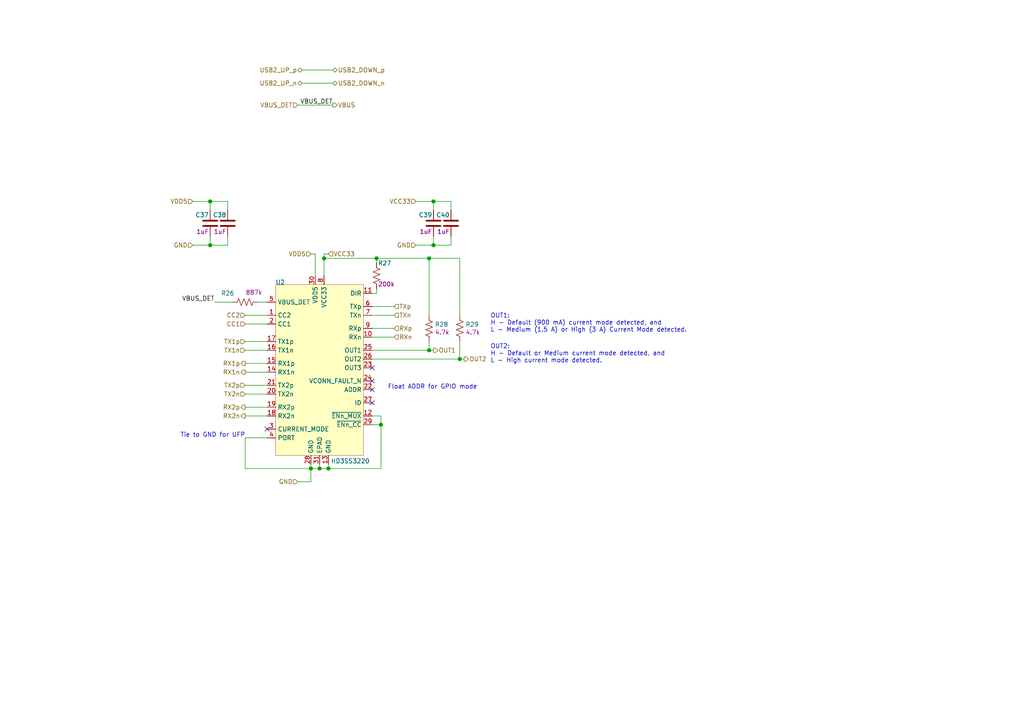
<source format=kicad_sch>
(kicad_sch (version 20210406) (generator eeschema)

  (uuid db604df5-475f-4a87-a297-32edbfa16fd3)

  (paper "A4")

  (lib_symbols
    (symbol "mte_usb_hub:CC0402KRX5R7BB105" (pin_numbers hide) (pin_names (offset 0.254)) (in_bom yes) (on_board yes)
      (property "Reference" "C" (id 0) (at 0.635 2.54 0)
        (effects (font (size 1.27 1.27)) (justify left))
      )
      (property "Value" "CC0402KRX5R7BB105" (id 1) (at 0.635 -2.54 0)
        (effects (font (size 1.27 1.27)) (justify left) hide)
      )
      (property "Footprint" "footprints:CAPACITOR_0402N" (id 2) (at 0.9652 -3.81 0)
        (effects (font (size 1.27 1.27)) hide)
      )
      (property "Datasheet" "${MTE_LIB_DIR}/datasheets/UPY-GP_NP0_16V-to-50V_18.pdf" (id 3) (at 0 0 0)
        (effects (font (size 1.27 1.27)) hide)
      )
      (property "id" "1uF" (id 4) (at -3.81 2.54 0)
        (effects (font (size 1.27 1.27)))
      )
      (property "ki_keywords" "1uF ±10% 16V Ceramic Capacitor X5R 0402 (1005 Metric)" (id 5) (at 0 0 0)
        (effects (font (size 1.27 1.27)) hide)
      )
      (property "ki_description" "1uF ±10% 16V Ceramic Capacitor X5R 0402 (1005 Metric)" (id 6) (at 0 0 0)
        (effects (font (size 1.27 1.27)) hide)
      )
      (symbol "CC0402KRX5R7BB105_0_1"
        (polyline
          (pts
            (xy -2.032 -0.762)
            (xy 2.032 -0.762)
          )
          (stroke (width 0.508)) (fill (type none))
        )
        (polyline
          (pts
            (xy -2.032 0.762)
            (xy 2.032 0.762)
          )
          (stroke (width 0.508)) (fill (type none))
        )
      )
      (symbol "CC0402KRX5R7BB105_1_1"
        (pin passive line (at 0 3.81 270) (length 2.794)
          (name "~" (effects (font (size 1.27 1.27))))
          (number "1" (effects (font (size 1.27 1.27))))
        )
        (pin passive line (at 0 -3.81 90) (length 2.794)
          (name "~" (effects (font (size 1.27 1.27))))
          (number "2" (effects (font (size 1.27 1.27))))
        )
      )
    )
    (symbol "mte_usb_hub:HD3SS3220" (in_bom yes) (on_board yes)
      (property "Reference" "U" (id 0) (at 0 12.7 0)
        (effects (font (size 1.27 1.27)))
      )
      (property "Value" "HD3SS3220" (id 1) (at 0 12.7 0)
        (effects (font (size 1.27 1.27)))
      )
      (property "Footprint" "" (id 2) (at 0 12.7 0)
        (effects (font (size 1.27 1.27)) hide)
      )
      (property "Datasheet" "" (id 3) (at 0 12.7 0)
        (effects (font (size 1.27 1.27)) hide)
      )
      (symbol "HD3SS3220_0_1"
        (rectangle (start -12.7 25.4) (end 12.7 -24.13)
          (stroke (width 0.001)) (fill (type background))
        )
      )
      (symbol "HD3SS3220_1_0"
        (pin bidirectional line (at -15.24 16.51 0) (length 2.54)
          (name "CC2" (effects (font (size 1.27 1.27))))
          (number "1" (effects (font (size 1.27 1.27))))
        )
        (pin bidirectional line (at 15.24 10.16 180) (length 2.54)
          (name "RXn" (effects (font (size 1.27 1.27))))
          (number "10" (effects (font (size 1.27 1.27))))
        )
        (pin output line (at 15.24 22.86 180) (length 2.54)
          (name "DIR" (effects (font (size 1.27 1.27))))
          (number "11" (effects (font (size 1.27 1.27))))
        )
        (pin input line (at 15.24 -12.7 180) (length 2.54)
          (name "~ENn_MUX" (effects (font (size 1.27 1.27))))
          (number "12" (effects (font (size 1.27 1.27))))
        )
        (pin power_in line (at 2.54 -26.67 90) (length 2.54)
          (name "GND" (effects (font (size 1.27 1.27))))
          (number "13" (effects (font (size 1.27 1.27))))
        )
        (pin bidirectional line (at -15.24 0 0) (length 2.54)
          (name "RX1n" (effects (font (size 1.27 1.27))))
          (number "14" (effects (font (size 1.27 1.27))))
        )
        (pin bidirectional line (at -15.24 2.54 0) (length 2.54)
          (name "RX1p" (effects (font (size 1.27 1.27))))
          (number "15" (effects (font (size 1.27 1.27))))
        )
        (pin bidirectional line (at -15.24 6.35 0) (length 2.54)
          (name "TX1n" (effects (font (size 1.27 1.27))))
          (number "16" (effects (font (size 1.27 1.27))))
        )
        (pin bidirectional line (at -15.24 8.89 0) (length 2.54)
          (name "TX1p" (effects (font (size 1.27 1.27))))
          (number "17" (effects (font (size 1.27 1.27))))
        )
        (pin bidirectional line (at -15.24 -12.7 0) (length 2.54)
          (name "RX2n" (effects (font (size 1.27 1.27))))
          (number "18" (effects (font (size 1.27 1.27))))
        )
        (pin bidirectional line (at -15.24 -10.16 0) (length 2.54)
          (name "RX2p" (effects (font (size 1.27 1.27))))
          (number "19" (effects (font (size 1.27 1.27))))
        )
        (pin bidirectional line (at -15.24 13.97 0) (length 2.54)
          (name "CC1" (effects (font (size 1.27 1.27))))
          (number "2" (effects (font (size 1.27 1.27))))
        )
        (pin bidirectional line (at -15.24 -6.35 0) (length 2.54)
          (name "TX2n" (effects (font (size 1.27 1.27))))
          (number "20" (effects (font (size 1.27 1.27))))
        )
        (pin bidirectional line (at -15.24 -3.81 0) (length 2.54)
          (name "TX2p" (effects (font (size 1.27 1.27))))
          (number "21" (effects (font (size 1.27 1.27))))
        )
        (pin input line (at 15.24 -5.08 180) (length 2.54)
          (name "ADDR" (effects (font (size 1.27 1.27))))
          (number "22" (effects (font (size 1.27 1.27))))
        )
        (pin output line (at 15.24 1.27 180) (length 2.54)
          (name "INT_N" (effects (font (size 1.27 1.27))))
          (number "23" (effects (font (size 1.27 1.27))))
          (alternate "OUT3" output line)
        )
        (pin output line (at 15.24 -2.54 180) (length 2.54)
          (name "VCONN_FAULT_N" (effects (font (size 1.27 1.27))))
          (number "24" (effects (font (size 1.27 1.27))))
        )
        (pin bidirectional line (at 15.24 6.35 180) (length 2.54)
          (name "SDA" (effects (font (size 1.27 1.27))))
          (number "25" (effects (font (size 1.27 1.27))))
          (alternate "OUT1" bidirectional line)
        )
        (pin bidirectional line (at 15.24 3.81 180) (length 2.54)
          (name "SCL" (effects (font (size 1.27 1.27))))
          (number "26" (effects (font (size 1.27 1.27))))
          (alternate "OUT2" bidirectional line)
        )
        (pin output line (at 15.24 -8.89 180) (length 2.54)
          (name "ID" (effects (font (size 1.27 1.27))))
          (number "27" (effects (font (size 1.27 1.27))))
        )
        (pin power_in line (at -2.54 -26.67 90) (length 2.54)
          (name "GND" (effects (font (size 1.27 1.27))))
          (number "28" (effects (font (size 1.27 1.27))))
        )
        (pin input line (at 15.24 -15.24 180) (length 2.54)
          (name "~ENn_CC" (effects (font (size 1.27 1.27))))
          (number "29" (effects (font (size 1.27 1.27))))
        )
        (pin input line (at -15.24 -16.51 0) (length 2.54)
          (name "CURRENT_MODE" (effects (font (size 1.27 1.27))))
          (number "3" (effects (font (size 1.27 1.27))))
        )
        (pin power_in line (at -1.27 27.94 270) (length 2.54)
          (name "VDD5" (effects (font (size 1.27 1.27))))
          (number "30" (effects (font (size 1.27 1.27))))
        )
        (pin power_in line (at 0 -26.67 90) (length 2.54)
          (name "EPAD" (effects (font (size 1.27 1.27))))
          (number "31" (effects (font (size 1.27 1.27))))
        )
        (pin input line (at -15.24 -19.05 0) (length 2.54)
          (name "PORT" (effects (font (size 1.27 1.27))))
          (number "4" (effects (font (size 1.27 1.27))))
        )
        (pin input line (at -15.24 20.32 0) (length 2.54)
          (name "VBUS_DET" (effects (font (size 1.27 1.27))))
          (number "5" (effects (font (size 1.27 1.27))))
        )
        (pin bidirectional line (at 15.24 19.05 180) (length 2.54)
          (name "TXp" (effects (font (size 1.27 1.27))))
          (number "6" (effects (font (size 1.27 1.27))))
        )
        (pin bidirectional line (at 15.24 16.51 180) (length 2.54)
          (name "TXn" (effects (font (size 1.27 1.27))))
          (number "7" (effects (font (size 1.27 1.27))))
        )
        (pin power_in line (at 1.27 27.94 270) (length 2.54)
          (name "VCC33" (effects (font (size 1.27 1.27))))
          (number "8" (effects (font (size 1.27 1.27))))
        )
        (pin bidirectional line (at 15.24 12.7 180) (length 2.54)
          (name "RXp" (effects (font (size 1.27 1.27))))
          (number "9" (effects (font (size 1.27 1.27))))
        )
      )
    )
    (symbol "mte_usb_hub:RC0402FR-07887KL" (pin_numbers hide) (pin_names (offset 0)) (in_bom yes) (on_board yes)
      (property "Reference" "R" (id 0) (at 2.54 0 90)
        (effects (font (size 1.27 1.27)))
      )
      (property "Value" "RC0402FR-07887KL" (id 1) (at -2.54 0 90)
        (effects (font (size 1.27 1.27)) hide)
      )
      (property "Footprint" "footprints:RESISTOR_0402N" (id 2) (at 1.016 -0.254 90)
        (effects (font (size 1.27 1.27)) hide)
      )
      (property "Datasheet" "" (id 3) (at 0 0 0)
        (effects (font (size 1.27 1.27)) hide)
      )
      (property "id" "887k" (id 4) (at -2.54 0 90)
        (effects (font (size 1.27 1.27)))
      )
      (property "manf" "Yageo" (id 5) (at 0 0 0)
        (effects (font (size 1.27 1.27)) hide)
      )
      (property "ki_keywords" "887kohm ±1% 0.063W, 1/16W Chip Resistor 0402 (1005 Metric) Moisture Resistant Thick Film" (id 6) (at 0 0 0)
        (effects (font (size 1.27 1.27)) hide)
      )
      (property "ki_description" "887kohm ±1% 0.063W, 1/16W Chip Resistor 0402 (1005 Metric) Moisture Resistant Thick Film" (id 7) (at 0 0 0)
        (effects (font (size 1.27 1.27)) hide)
      )
      (symbol "RC0402FR-07887KL_0_1"
        (polyline
          (pts
            (xy 0 -2.286)
            (xy 0 -2.54)
          )
          (stroke (width 0)) (fill (type none))
        )
        (polyline
          (pts
            (xy 0 2.286)
            (xy 0 2.54)
          )
          (stroke (width 0)) (fill (type none))
        )
        (polyline
          (pts
            (xy 0 -0.762)
            (xy 1.016 -1.143)
            (xy 0 -1.524)
            (xy -1.016 -1.905)
            (xy 0 -2.286)
          )
          (stroke (width 0)) (fill (type none))
        )
        (polyline
          (pts
            (xy 0 0.762)
            (xy 1.016 0.381)
            (xy 0 0)
            (xy -1.016 -0.381)
            (xy 0 -0.762)
          )
          (stroke (width 0)) (fill (type none))
        )
        (polyline
          (pts
            (xy 0 2.286)
            (xy 1.016 1.905)
            (xy 0 1.524)
            (xy -1.016 1.143)
            (xy 0 0.762)
          )
          (stroke (width 0)) (fill (type none))
        )
      )
      (symbol "RC0402FR-07887KL_1_1"
        (pin passive line (at 0 3.81 270) (length 1.27)
          (name "~" (effects (font (size 1.27 1.27))))
          (number "1" (effects (font (size 1.27 1.27))))
        )
        (pin passive line (at 0 -3.81 90) (length 1.27)
          (name "~" (effects (font (size 1.27 1.27))))
          (number "2" (effects (font (size 1.27 1.27))))
        )
      )
    )
    (symbol "mte_usb_hub:RC0402JR-07200KL" (pin_numbers hide) (pin_names (offset 0)) (in_bom yes) (on_board yes)
      (property "Reference" "R" (id 0) (at 2.54 0 90)
        (effects (font (size 1.27 1.27)))
      )
      (property "Value" "RC0402JR-07200KL" (id 1) (at -2.54 0 90)
        (effects (font (size 1.27 1.27)) hide)
      )
      (property "Footprint" "footprints:RESISTOR_0402N" (id 2) (at 1.016 -0.254 90)
        (effects (font (size 1.27 1.27)) hide)
      )
      (property "Datasheet" "" (id 3) (at 0 0 0)
        (effects (font (size 1.27 1.27)) hide)
      )
      (property "id" "200k" (id 4) (at -2.54 0 90)
        (effects (font (size 1.27 1.27)))
      )
      (property "manf" "Yageo" (id 5) (at 0 0 0)
        (effects (font (size 1.27 1.27)) hide)
      )
      (property "ki_keywords" "200kOhms ±5% 0.063W, 1/16W Chip Resistor 0402 (1005 Metric) Moisture Resistant Thick Film" (id 6) (at 0 0 0)
        (effects (font (size 1.27 1.27)) hide)
      )
      (property "ki_description" "200kOhms ±5% 0.063W, 1/16W Chip Resistor 0402 (1005 Metric) Moisture Resistant Thick Film" (id 7) (at 0 0 0)
        (effects (font (size 1.27 1.27)) hide)
      )
      (symbol "RC0402JR-07200KL_0_1"
        (polyline
          (pts
            (xy 0 -2.286)
            (xy 0 -2.54)
          )
          (stroke (width 0)) (fill (type none))
        )
        (polyline
          (pts
            (xy 0 2.286)
            (xy 0 2.54)
          )
          (stroke (width 0)) (fill (type none))
        )
        (polyline
          (pts
            (xy 0 -0.762)
            (xy 1.016 -1.143)
            (xy 0 -1.524)
            (xy -1.016 -1.905)
            (xy 0 -2.286)
          )
          (stroke (width 0)) (fill (type none))
        )
        (polyline
          (pts
            (xy 0 0.762)
            (xy 1.016 0.381)
            (xy 0 0)
            (xy -1.016 -0.381)
            (xy 0 -0.762)
          )
          (stroke (width 0)) (fill (type none))
        )
        (polyline
          (pts
            (xy 0 2.286)
            (xy 1.016 1.905)
            (xy 0 1.524)
            (xy -1.016 1.143)
            (xy 0 0.762)
          )
          (stroke (width 0)) (fill (type none))
        )
      )
      (symbol "RC0402JR-07200KL_1_1"
        (pin passive line (at 0 3.81 270) (length 1.27)
          (name "~" (effects (font (size 1.27 1.27))))
          (number "1" (effects (font (size 1.27 1.27))))
        )
        (pin passive line (at 0 -3.81 90) (length 1.27)
          (name "~" (effects (font (size 1.27 1.27))))
          (number "2" (effects (font (size 1.27 1.27))))
        )
      )
    )
    (symbol "mte_usb_hub:RC0402JR-074K7L" (pin_numbers hide) (pin_names (offset 0)) (in_bom yes) (on_board yes)
      (property "Reference" "R" (id 0) (at 2.54 0 90)
        (effects (font (size 1.27 1.27)))
      )
      (property "Value" "RC0402JR-074K7L" (id 1) (at -2.54 0 90)
        (effects (font (size 1.27 1.27)) hide)
      )
      (property "Footprint" "footprints:RESISTOR_0402N" (id 2) (at 1.016 -0.254 90)
        (effects (font (size 1.27 1.27)) hide)
      )
      (property "Datasheet" "${MTE_LIB_DIR}/datasheets/PYu-RC_Group_51_RoHS_L_11.pdf" (id 3) (at 0 0 0)
        (effects (font (size 1.27 1.27)) hide)
      )
      (property "id" "4.7k" (id 4) (at -2.54 0 90)
        (effects (font (size 1.27 1.27)))
      )
      (property "manf" "Yageo" (id 5) (at 0 0 0)
        (effects (font (size 1.27 1.27)) hide)
      )
      (property "ki_keywords" "4.7kOhms ±5% 0.063W, 1/16W Chip Resistor 0402 (1005 Metric) Moisture Resistant Thick Film" (id 6) (at 0 0 0)
        (effects (font (size 1.27 1.27)) hide)
      )
      (property "ki_description" "4.7kOhms ±5% 0.063W, 1/16W Chip Resistor 0402 (1005 Metric) Moisture Resistant Thick Film" (id 7) (at 0 0 0)
        (effects (font (size 1.27 1.27)) hide)
      )
      (symbol "RC0402JR-074K7L_0_1"
        (polyline
          (pts
            (xy 0 -2.286)
            (xy 0 -2.54)
          )
          (stroke (width 0)) (fill (type none))
        )
        (polyline
          (pts
            (xy 0 2.286)
            (xy 0 2.54)
          )
          (stroke (width 0)) (fill (type none))
        )
        (polyline
          (pts
            (xy 0 -0.762)
            (xy 1.016 -1.143)
            (xy 0 -1.524)
            (xy -1.016 -1.905)
            (xy 0 -2.286)
          )
          (stroke (width 0)) (fill (type none))
        )
        (polyline
          (pts
            (xy 0 0.762)
            (xy 1.016 0.381)
            (xy 0 0)
            (xy -1.016 -0.381)
            (xy 0 -0.762)
          )
          (stroke (width 0)) (fill (type none))
        )
        (polyline
          (pts
            (xy 0 2.286)
            (xy 1.016 1.905)
            (xy 0 1.524)
            (xy -1.016 1.143)
            (xy 0 0.762)
          )
          (stroke (width 0)) (fill (type none))
        )
      )
      (symbol "RC0402JR-074K7L_1_1"
        (pin passive line (at 0 3.81 270) (length 1.27)
          (name "~" (effects (font (size 1.27 1.27))))
          (number "1" (effects (font (size 1.27 1.27))))
        )
        (pin passive line (at 0 -3.81 90) (length 1.27)
          (name "~" (effects (font (size 1.27 1.27))))
          (number "2" (effects (font (size 1.27 1.27))))
        )
      )
    )
  )


  (junction (at 60.96 58.42) (diameter 1.016) (color 0 0 0 0))
  (junction (at 60.96 71.12) (diameter 1.016) (color 0 0 0 0))
  (junction (at 90.17 135.89) (diameter 1.016) (color 0 0 0 0))
  (junction (at 92.71 135.89) (diameter 1.016) (color 0 0 0 0))
  (junction (at 93.98 74.93) (diameter 1.016) (color 0 0 0 0))
  (junction (at 95.25 135.89) (diameter 1.016) (color 0 0 0 0))
  (junction (at 109.22 74.93) (diameter 1.016) (color 0 0 0 0))
  (junction (at 110.49 123.19) (diameter 1.016) (color 0 0 0 0))
  (junction (at 124.46 74.93) (diameter 1.016) (color 0 0 0 0))
  (junction (at 124.46 101.6) (diameter 1.016) (color 0 0 0 0))
  (junction (at 125.73 58.42) (diameter 1.016) (color 0 0 0 0))
  (junction (at 125.73 71.12) (diameter 1.016) (color 0 0 0 0))
  (junction (at 133.35 104.14) (diameter 1.016) (color 0 0 0 0))

  (no_connect (at 77.47 124.46) (uuid 882c23f6-2792-4913-8872-46b285cd329f))
  (no_connect (at 107.95 106.68) (uuid 6393d42b-c030-4aa5-96ec-5f3ab44a65a8))
  (no_connect (at 107.95 110.49) (uuid 6393d42b-c030-4aa5-96ec-5f3ab44a65a8))
  (no_connect (at 107.95 113.03) (uuid 7699652e-6bb6-4aac-8241-ad1678797035))
  (no_connect (at 107.95 116.84) (uuid 6393d42b-c030-4aa5-96ec-5f3ab44a65a8))

  (wire (pts (xy 55.88 71.12) (xy 60.96 71.12))
    (stroke (width 0) (type solid) (color 0 0 0 0))
    (uuid 08e661e9-7778-4149-acd6-ea58d9652724)
  )
  (wire (pts (xy 60.96 58.42) (xy 55.88 58.42))
    (stroke (width 0) (type solid) (color 0 0 0 0))
    (uuid ffa5ce8e-b187-43a3-946c-c7c6b7db9b4e)
  )
  (wire (pts (xy 60.96 58.42) (xy 60.96 60.96))
    (stroke (width 0) (type solid) (color 0 0 0 0))
    (uuid 3b9b56d1-a39e-4caf-b5a3-5aada50709ef)
  )
  (wire (pts (xy 60.96 71.12) (xy 60.96 68.58))
    (stroke (width 0) (type solid) (color 0 0 0 0))
    (uuid 08e661e9-7778-4149-acd6-ea58d9652724)
  )
  (wire (pts (xy 60.96 71.12) (xy 66.04 71.12))
    (stroke (width 0) (type solid) (color 0 0 0 0))
    (uuid dc60f104-7a88-43dc-bfcd-dfd7adfaae9c)
  )
  (wire (pts (xy 62.23 87.63) (xy 67.31 87.63))
    (stroke (width 0) (type solid) (color 0 0 0 0))
    (uuid 67093334-e585-431c-a08d-23a4c429d2b8)
  )
  (wire (pts (xy 66.04 58.42) (xy 60.96 58.42))
    (stroke (width 0) (type solid) (color 0 0 0 0))
    (uuid ffa5ce8e-b187-43a3-946c-c7c6b7db9b4e)
  )
  (wire (pts (xy 66.04 60.96) (xy 66.04 58.42))
    (stroke (width 0) (type solid) (color 0 0 0 0))
    (uuid ffa5ce8e-b187-43a3-946c-c7c6b7db9b4e)
  )
  (wire (pts (xy 66.04 71.12) (xy 66.04 68.58))
    (stroke (width 0) (type solid) (color 0 0 0 0))
    (uuid dc60f104-7a88-43dc-bfcd-dfd7adfaae9c)
  )
  (wire (pts (xy 71.12 91.44) (xy 77.47 91.44))
    (stroke (width 0) (type solid) (color 0 0 0 0))
    (uuid c2db2e85-b357-4c14-b692-c8cc42474c5e)
  )
  (wire (pts (xy 71.12 93.98) (xy 77.47 93.98))
    (stroke (width 0) (type solid) (color 0 0 0 0))
    (uuid f8d875fc-8f79-400a-942f-765a04c4f3a7)
  )
  (wire (pts (xy 71.12 99.06) (xy 77.47 99.06))
    (stroke (width 0) (type solid) (color 0 0 0 0))
    (uuid 04a2fe96-0f04-422b-b0bf-9d057ed6db1d)
  )
  (wire (pts (xy 71.12 101.6) (xy 77.47 101.6))
    (stroke (width 0) (type solid) (color 0 0 0 0))
    (uuid 65612373-42ed-42b5-aea3-807d987897c9)
  )
  (wire (pts (xy 71.12 105.41) (xy 77.47 105.41))
    (stroke (width 0) (type solid) (color 0 0 0 0))
    (uuid a06d8455-46f5-4cc9-8da0-54e4e40b875d)
  )
  (wire (pts (xy 71.12 107.95) (xy 77.47 107.95))
    (stroke (width 0) (type solid) (color 0 0 0 0))
    (uuid aec4ffa5-6dad-48c5-8ffb-d77d61f56a38)
  )
  (wire (pts (xy 71.12 111.76) (xy 77.47 111.76))
    (stroke (width 0) (type solid) (color 0 0 0 0))
    (uuid caefa480-4a06-41e2-8c93-7624e0055123)
  )
  (wire (pts (xy 71.12 114.3) (xy 77.47 114.3))
    (stroke (width 0) (type solid) (color 0 0 0 0))
    (uuid 437358d4-a42c-4ce1-8761-84ffe6493295)
  )
  (wire (pts (xy 71.12 118.11) (xy 77.47 118.11))
    (stroke (width 0) (type solid) (color 0 0 0 0))
    (uuid 14f05517-6480-4f4d-a9f8-2c3d3cbd5720)
  )
  (wire (pts (xy 71.12 120.65) (xy 77.47 120.65))
    (stroke (width 0) (type solid) (color 0 0 0 0))
    (uuid e3624dc2-acd0-46bb-af79-32035bb38e77)
  )
  (wire (pts (xy 71.12 127) (xy 71.12 135.89))
    (stroke (width 0) (type solid) (color 0 0 0 0))
    (uuid c2aaeb5d-6579-4f0b-965b-67dbfb96af26)
  )
  (wire (pts (xy 71.12 135.89) (xy 90.17 135.89))
    (stroke (width 0) (type solid) (color 0 0 0 0))
    (uuid c2aaeb5d-6579-4f0b-965b-67dbfb96af26)
  )
  (wire (pts (xy 74.93 87.63) (xy 77.47 87.63))
    (stroke (width 0) (type solid) (color 0 0 0 0))
    (uuid 07d34afe-5065-4db8-8565-f08a27a29e8f)
  )
  (wire (pts (xy 77.47 127) (xy 71.12 127))
    (stroke (width 0) (type solid) (color 0 0 0 0))
    (uuid c2aaeb5d-6579-4f0b-965b-67dbfb96af26)
  )
  (wire (pts (xy 86.36 30.48) (xy 96.52 30.48))
    (stroke (width 0) (type solid) (color 0 0 0 0))
    (uuid a8205bed-7182-45c5-94bd-93bcda4ff96e)
  )
  (wire (pts (xy 86.36 139.7) (xy 90.17 139.7))
    (stroke (width 0) (type solid) (color 0 0 0 0))
    (uuid ca9aadc9-cb33-46e7-8c08-9dda94eced3e)
  )
  (wire (pts (xy 87.63 20.32) (xy 96.52 20.32))
    (stroke (width 0) (type solid) (color 0 0 0 0))
    (uuid 2c193744-9bba-4307-9c68-0b634dcfe897)
  )
  (wire (pts (xy 87.63 24.13) (xy 96.52 24.13))
    (stroke (width 0) (type solid) (color 0 0 0 0))
    (uuid 3cf9906d-5394-42e1-b132-7c0088dfd848)
  )
  (wire (pts (xy 90.17 73.66) (xy 91.44 73.66))
    (stroke (width 0) (type solid) (color 0 0 0 0))
    (uuid e0c3f178-055d-4927-b8cd-07a55a09072c)
  )
  (wire (pts (xy 90.17 134.62) (xy 90.17 135.89))
    (stroke (width 0) (type solid) (color 0 0 0 0))
    (uuid 34857090-6d3f-4515-b4f0-c9ebac220c86)
  )
  (wire (pts (xy 90.17 135.89) (xy 92.71 135.89))
    (stroke (width 0) (type solid) (color 0 0 0 0))
    (uuid 34857090-6d3f-4515-b4f0-c9ebac220c86)
  )
  (wire (pts (xy 90.17 139.7) (xy 90.17 135.89))
    (stroke (width 0) (type solid) (color 0 0 0 0))
    (uuid ca9aadc9-cb33-46e7-8c08-9dda94eced3e)
  )
  (wire (pts (xy 91.44 73.66) (xy 91.44 80.01))
    (stroke (width 0) (type solid) (color 0 0 0 0))
    (uuid e0c3f178-055d-4927-b8cd-07a55a09072c)
  )
  (wire (pts (xy 92.71 135.89) (xy 92.71 134.62))
    (stroke (width 0) (type solid) (color 0 0 0 0))
    (uuid ca9aadc9-cb33-46e7-8c08-9dda94eced3e)
  )
  (wire (pts (xy 93.98 73.66) (xy 95.25 73.66))
    (stroke (width 0) (type solid) (color 0 0 0 0))
    (uuid a2d42535-552d-4ea7-bbc0-4e5911ab3a71)
  )
  (wire (pts (xy 93.98 74.93) (xy 93.98 73.66))
    (stroke (width 0) (type solid) (color 0 0 0 0))
    (uuid a2d42535-552d-4ea7-bbc0-4e5911ab3a71)
  )
  (wire (pts (xy 93.98 74.93) (xy 109.22 74.93))
    (stroke (width 0) (type solid) (color 0 0 0 0))
    (uuid 4c930a66-5247-4ce4-98a8-5f06d2156159)
  )
  (wire (pts (xy 93.98 80.01) (xy 93.98 74.93))
    (stroke (width 0) (type solid) (color 0 0 0 0))
    (uuid a2d42535-552d-4ea7-bbc0-4e5911ab3a71)
  )
  (wire (pts (xy 95.25 134.62) (xy 95.25 135.89))
    (stroke (width 0) (type solid) (color 0 0 0 0))
    (uuid 62fb5f37-28fc-4602-87d1-dee4dbeb3709)
  )
  (wire (pts (xy 95.25 135.89) (xy 92.71 135.89))
    (stroke (width 0) (type solid) (color 0 0 0 0))
    (uuid 62fb5f37-28fc-4602-87d1-dee4dbeb3709)
  )
  (wire (pts (xy 107.95 85.09) (xy 109.22 85.09))
    (stroke (width 0) (type solid) (color 0 0 0 0))
    (uuid a6ef3ff8-1a57-4f41-b9c0-d91dd9fa0a99)
  )
  (wire (pts (xy 107.95 101.6) (xy 124.46 101.6))
    (stroke (width 0) (type solid) (color 0 0 0 0))
    (uuid a3f54906-b09b-4940-ba9f-269e4ccd490e)
  )
  (wire (pts (xy 107.95 104.14) (xy 133.35 104.14))
    (stroke (width 0) (type solid) (color 0 0 0 0))
    (uuid 7636110a-a946-47b6-8642-cb7ac4c06b3a)
  )
  (wire (pts (xy 107.95 120.65) (xy 110.49 120.65))
    (stroke (width 0) (type solid) (color 0 0 0 0))
    (uuid d2022224-08ef-4281-ab6c-d3fc9b098cb0)
  )
  (wire (pts (xy 107.95 123.19) (xy 110.49 123.19))
    (stroke (width 0) (type solid) (color 0 0 0 0))
    (uuid d455e62c-d50a-4a68-b5c8-07de23000c97)
  )
  (wire (pts (xy 109.22 76.2) (xy 109.22 74.93))
    (stroke (width 0) (type solid) (color 0 0 0 0))
    (uuid 4c930a66-5247-4ce4-98a8-5f06d2156159)
  )
  (wire (pts (xy 109.22 85.09) (xy 109.22 83.82))
    (stroke (width 0) (type solid) (color 0 0 0 0))
    (uuid a6ef3ff8-1a57-4f41-b9c0-d91dd9fa0a99)
  )
  (wire (pts (xy 110.49 120.65) (xy 110.49 123.19))
    (stroke (width 0) (type solid) (color 0 0 0 0))
    (uuid d2022224-08ef-4281-ab6c-d3fc9b098cb0)
  )
  (wire (pts (xy 110.49 123.19) (xy 110.49 135.89))
    (stroke (width 0) (type solid) (color 0 0 0 0))
    (uuid d455e62c-d50a-4a68-b5c8-07de23000c97)
  )
  (wire (pts (xy 110.49 135.89) (xy 95.25 135.89))
    (stroke (width 0) (type solid) (color 0 0 0 0))
    (uuid d455e62c-d50a-4a68-b5c8-07de23000c97)
  )
  (wire (pts (xy 114.3 88.9) (xy 107.95 88.9))
    (stroke (width 0) (type solid) (color 0 0 0 0))
    (uuid 2351a42a-f7d3-4ced-a924-0c20c6e92163)
  )
  (wire (pts (xy 114.3 91.44) (xy 107.95 91.44))
    (stroke (width 0) (type solid) (color 0 0 0 0))
    (uuid f81f7888-881e-4348-9f16-9d984aa61d70)
  )
  (wire (pts (xy 114.3 95.25) (xy 107.95 95.25))
    (stroke (width 0) (type solid) (color 0 0 0 0))
    (uuid 50bb11f3-5113-4031-b2f7-9466deaabd63)
  )
  (wire (pts (xy 114.3 97.79) (xy 107.95 97.79))
    (stroke (width 0) (type solid) (color 0 0 0 0))
    (uuid 1d2b3ea4-7ac8-4168-9dd7-68dd6765faeb)
  )
  (wire (pts (xy 120.65 71.12) (xy 125.73 71.12))
    (stroke (width 0) (type solid) (color 0 0 0 0))
    (uuid cb2d911a-5462-4955-9c01-981bf0674699)
  )
  (wire (pts (xy 124.46 74.93) (xy 109.22 74.93))
    (stroke (width 0) (type solid) (color 0 0 0 0))
    (uuid c1323dd3-7de7-43fc-b49e-8ef1eaa75dad)
  )
  (wire (pts (xy 124.46 74.93) (xy 133.35 74.93))
    (stroke (width 0) (type solid) (color 0 0 0 0))
    (uuid e573622f-6b35-4606-be31-1d5c23fb8dcb)
  )
  (wire (pts (xy 124.46 91.44) (xy 124.46 74.93))
    (stroke (width 0) (type solid) (color 0 0 0 0))
    (uuid c1323dd3-7de7-43fc-b49e-8ef1eaa75dad)
  )
  (wire (pts (xy 124.46 101.6) (xy 124.46 99.06))
    (stroke (width 0) (type solid) (color 0 0 0 0))
    (uuid a3f54906-b09b-4940-ba9f-269e4ccd490e)
  )
  (wire (pts (xy 124.46 101.6) (xy 125.73 101.6))
    (stroke (width 0) (type solid) (color 0 0 0 0))
    (uuid ff5b797c-9ff6-46e5-a5f3-8feae33da876)
  )
  (wire (pts (xy 125.73 58.42) (xy 120.65 58.42))
    (stroke (width 0) (type solid) (color 0 0 0 0))
    (uuid 77af7676-c921-4210-a5e0-61ba2a623f90)
  )
  (wire (pts (xy 125.73 58.42) (xy 125.73 60.96))
    (stroke (width 0) (type solid) (color 0 0 0 0))
    (uuid 448048c0-1f3e-4d21-9450-d7b4aa5c4b66)
  )
  (wire (pts (xy 125.73 71.12) (xy 125.73 68.58))
    (stroke (width 0) (type solid) (color 0 0 0 0))
    (uuid 9aef7295-a446-47d5-a99f-a8a918e6ecf7)
  )
  (wire (pts (xy 125.73 71.12) (xy 130.81 71.12))
    (stroke (width 0) (type solid) (color 0 0 0 0))
    (uuid c356a8ec-ac16-42a6-a7d7-ae7fc8120a56)
  )
  (wire (pts (xy 130.81 58.42) (xy 125.73 58.42))
    (stroke (width 0) (type solid) (color 0 0 0 0))
    (uuid 3b2ef3e6-5777-4f28-b332-9d8931689d83)
  )
  (wire (pts (xy 130.81 60.96) (xy 130.81 58.42))
    (stroke (width 0) (type solid) (color 0 0 0 0))
    (uuid f06babb8-050a-4a37-a9fb-5d61cdc78825)
  )
  (wire (pts (xy 130.81 71.12) (xy 130.81 68.58))
    (stroke (width 0) (type solid) (color 0 0 0 0))
    (uuid ef453fe4-87a0-4add-bd48-df42a9f4fe89)
  )
  (wire (pts (xy 133.35 91.44) (xy 133.35 74.93))
    (stroke (width 0) (type solid) (color 0 0 0 0))
    (uuid e573622f-6b35-4606-be31-1d5c23fb8dcb)
  )
  (wire (pts (xy 133.35 104.14) (xy 133.35 99.06))
    (stroke (width 0) (type solid) (color 0 0 0 0))
    (uuid 7636110a-a946-47b6-8642-cb7ac4c06b3a)
  )
  (wire (pts (xy 133.35 104.14) (xy 134.62 104.14))
    (stroke (width 0) (type solid) (color 0 0 0 0))
    (uuid d741b028-366c-4561-a21e-6367cb002168)
  )

  (text "Tie to GND for UFP" (at 71.12 127 180)
    (effects (font (size 1.27 1.27)) (justify right bottom))
    (uuid 8c7ce599-91cd-4533-8d99-33cb488b8b89)
  )
  (text "Float ADDR for GPIO mode" (at 138.43 113.03 180)
    (effects (font (size 1.27 1.27)) (justify right bottom))
    (uuid 4c40defe-444b-46f4-9009-56fca6c6ab62)
  )
  (text "OUT1:\nH - Default (900 mA) current mode detected, and\nL - Medium (1.5 A) or High (3 A) Current Mode detected."
    (at 142.24 96.52 0)
    (effects (font (size 1.27 1.27)) (justify left bottom))
    (uuid 6f349b0c-210d-4486-8c52-b2183239147a)
  )
  (text "OUT2:\nH - Default or Medium current mode detected, and\nL - High current mode detected."
    (at 142.24 105.41 0)
    (effects (font (size 1.27 1.27)) (justify left bottom))
    (uuid a2edede1-5be5-4e31-98ae-b8dc1f78f478)
  )

  (label "VBUS_DET" (at 62.23 87.63 180)
    (effects (font (size 1.27 1.27)) (justify right bottom))
    (uuid 0b4deb0d-3eb0-4525-827c-c37fdcbc7f48)
  )
  (label "VBUS_DET" (at 96.52 30.48 180)
    (effects (font (size 1.27 1.27)) (justify right bottom))
    (uuid 55d193f0-923f-47ba-a889-fb5a303b67bb)
  )

  (hierarchical_label "VDD5" (shape input) (at 55.88 58.42 180)
    (effects (font (size 1.27 1.27)) (justify right))
    (uuid 4096874b-8b86-4520-9f41-e01af81ce193)
  )
  (hierarchical_label "GND" (shape input) (at 55.88 71.12 180)
    (effects (font (size 1.27 1.27)) (justify right))
    (uuid 0c815ec3-49a5-4159-9d7c-cc6bd0d14971)
  )
  (hierarchical_label "CC2" (shape input) (at 71.12 91.44 180)
    (effects (font (size 1.27 1.27)) (justify right))
    (uuid aa160a48-c8ce-4cc2-adec-445601360d5d)
  )
  (hierarchical_label "CC1" (shape input) (at 71.12 93.98 180)
    (effects (font (size 1.27 1.27)) (justify right))
    (uuid 134fa70f-c654-4204-9f81-a874be9903fb)
  )
  (hierarchical_label "TX1p" (shape input) (at 71.12 99.06 180)
    (effects (font (size 1.27 1.27)) (justify right))
    (uuid f8f4d49b-f2f6-4e74-9afb-d9569157df32)
  )
  (hierarchical_label "TX1n" (shape input) (at 71.12 101.6 180)
    (effects (font (size 1.27 1.27)) (justify right))
    (uuid bf60ed31-6f50-47c6-b751-49654b90513e)
  )
  (hierarchical_label "RX1p" (shape output) (at 71.12 105.41 180)
    (effects (font (size 1.27 1.27)) (justify right))
    (uuid 5ab29a99-62ee-49c9-b5c6-bf863d05f1e7)
  )
  (hierarchical_label "RX1n" (shape output) (at 71.12 107.95 180)
    (effects (font (size 1.27 1.27)) (justify right))
    (uuid f6eea32c-b857-43dd-a736-54385d8eb7d4)
  )
  (hierarchical_label "TX2p" (shape input) (at 71.12 111.76 180)
    (effects (font (size 1.27 1.27)) (justify right))
    (uuid 1018b7e8-8a4c-4396-8cf0-fec298c6d664)
  )
  (hierarchical_label "TX2n" (shape input) (at 71.12 114.3 180)
    (effects (font (size 1.27 1.27)) (justify right))
    (uuid c8b5176c-0172-429c-9613-a81ceb38b18f)
  )
  (hierarchical_label "RX2p" (shape output) (at 71.12 118.11 180)
    (effects (font (size 1.27 1.27)) (justify right))
    (uuid c2659a1e-a435-4005-8d10-aa40a6c1cb48)
  )
  (hierarchical_label "RX2n" (shape output) (at 71.12 120.65 180)
    (effects (font (size 1.27 1.27)) (justify right))
    (uuid db0ccf0e-5e3b-4f47-aa53-5fdf7917b542)
  )
  (hierarchical_label "VBUS_DET" (shape input) (at 86.36 30.48 180)
    (effects (font (size 1.27 1.27)) (justify right))
    (uuid c5ab044c-13c0-41a0-ac5a-533b639ae14f)
  )
  (hierarchical_label "GND" (shape input) (at 86.36 139.7 180)
    (effects (font (size 1.27 1.27)) (justify right))
    (uuid 6cb75678-e3b1-4d9d-979d-6364fd2afcee)
  )
  (hierarchical_label "USB2_UP_p" (shape bidirectional) (at 87.63 20.32 180)
    (effects (font (size 1.27 1.27)) (justify right))
    (uuid f0afdbea-5fd4-4333-a454-60769fe5cc8f)
  )
  (hierarchical_label "USB2_UP_n" (shape bidirectional) (at 87.63 24.13 180)
    (effects (font (size 1.27 1.27)) (justify right))
    (uuid 0d0cddf5-b65c-43a5-acb5-8606ea4dbcef)
  )
  (hierarchical_label "VDD5" (shape input) (at 90.17 73.66 180)
    (effects (font (size 1.27 1.27)) (justify right))
    (uuid 0958744f-ce80-4a1e-88b6-16d0cf9c3cde)
  )
  (hierarchical_label "VCC33" (shape input) (at 95.25 73.66 0)
    (effects (font (size 1.27 1.27)) (justify left))
    (uuid 6d046273-b624-45d4-a268-619bcd22ce2b)
  )
  (hierarchical_label "USB2_DOWN_p" (shape bidirectional) (at 96.52 20.32 0)
    (effects (font (size 1.27 1.27)) (justify left))
    (uuid ae108450-8a3a-48dc-8d4d-0e8d737d7622)
  )
  (hierarchical_label "USB2_DOWN_n" (shape bidirectional) (at 96.52 24.13 0)
    (effects (font (size 1.27 1.27)) (justify left))
    (uuid 095451c4-ba28-4b70-9f85-5c3c88cac336)
  )
  (hierarchical_label "VBUS" (shape output) (at 96.52 30.48 0)
    (effects (font (size 1.27 1.27)) (justify left))
    (uuid b2207a59-b086-4fb1-9490-c92d4e6e5731)
  )
  (hierarchical_label "TXp" (shape input) (at 114.3 88.9 0)
    (effects (font (size 1.27 1.27)) (justify left))
    (uuid 90072860-d6ac-4d4e-8f56-2a2eaaefaeb6)
  )
  (hierarchical_label "TXn" (shape input) (at 114.3 91.44 0)
    (effects (font (size 1.27 1.27)) (justify left))
    (uuid ab769173-fb9e-4fc4-9035-68b8ae6c63c5)
  )
  (hierarchical_label "RXp" (shape input) (at 114.3 95.25 0)
    (effects (font (size 1.27 1.27)) (justify left))
    (uuid c4817830-3aa3-4d04-8fa6-6257bc6bb071)
  )
  (hierarchical_label "RXn" (shape input) (at 114.3 97.79 0)
    (effects (font (size 1.27 1.27)) (justify left))
    (uuid b608865e-117b-4195-b6a9-d93921cc687f)
  )
  (hierarchical_label "VCC33" (shape input) (at 120.65 58.42 180)
    (effects (font (size 1.27 1.27)) (justify right))
    (uuid 9a1a24b7-1d85-42ba-bddc-23c5e99a4d64)
  )
  (hierarchical_label "GND" (shape input) (at 120.65 71.12 180)
    (effects (font (size 1.27 1.27)) (justify right))
    (uuid a7d66229-f1a8-4eb6-8df5-a32bd36f374f)
  )
  (hierarchical_label "OUT1" (shape output) (at 125.73 101.6 0)
    (effects (font (size 1.27 1.27)) (justify left))
    (uuid 29346565-990a-4f86-916e-1575099fef00)
  )
  (hierarchical_label "OUT2" (shape output) (at 134.62 104.14 0)
    (effects (font (size 1.27 1.27)) (justify left))
    (uuid 91d209ed-8039-4ea7-b953-657c481dd52b)
  )

  (symbol (lib_id "mte_usb_hub:RC0402FR-07887KL") (at 71.12 87.63 90) (unit 1)
    (in_bom yes) (on_board yes)
    (uuid 0a511851-27b1-4c0c-a993-9a4a6aefa624)
    (property "Reference" "R26" (id 0) (at 66.04 85.0708 90))
    (property "Value" "RC0402FR-07887KL" (id 1) (at 71.12 90.17 90)
      (effects (font (size 1.27 1.27)) hide)
    )
    (property "Footprint" "footprints:RESISTOR_0402N" (id 2) (at 71.374 86.614 90)
      (effects (font (size 1.27 1.27)) hide)
    )
    (property "Datasheet" "" (id 3) (at 71.12 87.63 0)
      (effects (font (size 1.27 1.27)) hide)
    )
    (property "id" "887k" (id 4) (at 73.66 84.8295 90))
    (property "manf" "Yageo" (id 5) (at 71.12 87.63 0)
      (effects (font (size 1.27 1.27)) hide)
    )
    (pin "1" (uuid aac3d807-6a18-4964-8e6f-fb09a09c6e0d))
    (pin "2" (uuid dec38ab2-2bd1-45bd-a681-9d9582c87c46))
  )

  (symbol (lib_id "mte_usb_hub:RC0402JR-07200KL") (at 109.22 80.01 0) (unit 1)
    (in_bom yes) (on_board yes)
    (uuid 6f4edc92-890b-4748-ae60-c5719293de97)
    (property "Reference" "R27" (id 0) (at 109.6011 76.3206 0)
      (effects (font (size 1.27 1.27)) (justify left))
    )
    (property "Value" "RC0402JR-07200KL" (id 1) (at 106.68 80.01 90)
      (effects (font (size 1.27 1.27)) hide)
    )
    (property "Footprint" "footprints:RESISTOR_0402N" (id 2) (at 110.236 80.264 90)
      (effects (font (size 1.27 1.27)) hide)
    )
    (property "Datasheet" "" (id 3) (at 109.22 80.01 0)
      (effects (font (size 1.27 1.27)) hide)
    )
    (property "id" "200k" (id 4) (at 109.6011 82.4293 0)
      (effects (font (size 1.27 1.27)) (justify left))
    )
    (property "manf" "Yageo" (id 5) (at 109.22 80.01 0)
      (effects (font (size 1.27 1.27)) hide)
    )
    (pin "1" (uuid d57e3f35-c88a-4d78-97ff-32b014b3925b))
    (pin "2" (uuid c029d68c-d9d8-449d-9c3f-ee182ea74c15))
  )

  (symbol (lib_id "mte_usb_hub:RC0402JR-074K7L") (at 124.46 95.25 0) (unit 1)
    (in_bom yes) (on_board yes)
    (uuid 57458bac-7156-4838-8b0a-53b8bac0faef)
    (property "Reference" "R28" (id 0) (at 126.1111 94.1006 0)
      (effects (font (size 1.27 1.27)) (justify left))
    )
    (property "Value" "RC0402JR-074K7L" (id 1) (at 121.92 95.25 90)
      (effects (font (size 1.27 1.27)) hide)
    )
    (property "Footprint" "footprints:RESISTOR_0402N" (id 2) (at 125.476 95.504 90)
      (effects (font (size 1.27 1.27)) hide)
    )
    (property "Datasheet" "${MTE_LIB_DIR}/datasheets/PYu-RC_Group_51_RoHS_L_11.pdf" (id 3) (at 124.46 95.25 0)
      (effects (font (size 1.27 1.27)) hide)
    )
    (property "id" "4.7k" (id 4) (at 126.1111 96.3993 0)
      (effects (font (size 1.27 1.27)) (justify left))
    )
    (property "manf" "Yageo" (id 5) (at 124.46 95.25 0)
      (effects (font (size 1.27 1.27)) hide)
    )
    (pin "1" (uuid 1e440a15-fdf8-423a-a712-0ed5d731b4d5))
    (pin "2" (uuid 4664736d-a596-4355-b414-600b312c410b))
  )

  (symbol (lib_id "mte_usb_hub:RC0402JR-074K7L") (at 133.35 95.25 0) (unit 1)
    (in_bom yes) (on_board yes)
    (uuid f6b23b11-4030-4c5c-9bf0-e54764efdd13)
    (property "Reference" "R29" (id 0) (at 135.0011 94.1006 0)
      (effects (font (size 1.27 1.27)) (justify left))
    )
    (property "Value" "RC0402JR-074K7L" (id 1) (at 130.81 95.25 90)
      (effects (font (size 1.27 1.27)) hide)
    )
    (property "Footprint" "footprints:RESISTOR_0402N" (id 2) (at 134.366 95.504 90)
      (effects (font (size 1.27 1.27)) hide)
    )
    (property "Datasheet" "${MTE_LIB_DIR}/datasheets/PYu-RC_Group_51_RoHS_L_11.pdf" (id 3) (at 133.35 95.25 0)
      (effects (font (size 1.27 1.27)) hide)
    )
    (property "id" "4.7k" (id 4) (at 135.0011 96.3993 0)
      (effects (font (size 1.27 1.27)) (justify left))
    )
    (property "manf" "Yageo" (id 5) (at 133.35 95.25 0)
      (effects (font (size 1.27 1.27)) hide)
    )
    (pin "1" (uuid 1e440a15-fdf8-423a-a712-0ed5d731b4d5))
    (pin "2" (uuid 4664736d-a596-4355-b414-600b312c410b))
  )

  (symbol (lib_id "mte_usb_hub:CC0402KRX5R7BB105") (at 60.96 64.77 0) (mirror y) (unit 1)
    (in_bom yes) (on_board yes)
    (uuid d803a370-9c2c-4d6c-98e1-bdaf61d62a2f)
    (property "Reference" "C37" (id 0) (at 60.5789 62.3506 0)
      (effects (font (size 1.27 1.27)) (justify left))
    )
    (property "Value" "CC0402KRX5R7BB105" (id 1) (at 60.325 67.31 0)
      (effects (font (size 1.27 1.27)) (justify left) hide)
    )
    (property "Footprint" "footprints:CAPACITOR_0402N" (id 2) (at 59.9948 68.58 0)
      (effects (font (size 1.27 1.27)) hide)
    )
    (property "Datasheet" "${MTE_LIB_DIR}/datasheets/UPY-GP_NP0_16V-to-50V_18.pdf" (id 3) (at 60.96 64.77 0)
      (effects (font (size 1.27 1.27)) hide)
    )
    (property "id" "1uF" (id 4) (at 60.5789 67.1893 0)
      (effects (font (size 1.27 1.27)) (justify left))
    )
    (pin "1" (uuid ad66ec4b-a75f-49fa-8a62-9928a4c646b9))
    (pin "2" (uuid be9a323b-239e-4d2e-ace5-483247f49af5))
  )

  (symbol (lib_id "mte_usb_hub:CC0402KRX5R7BB105") (at 66.04 64.77 0) (mirror y) (unit 1)
    (in_bom yes) (on_board yes)
    (uuid 39a1d1f3-af9b-4507-9945-433c5221b7a5)
    (property "Reference" "C38" (id 0) (at 65.6589 62.3506 0)
      (effects (font (size 1.27 1.27)) (justify left))
    )
    (property "Value" "CC0402KRX5R7BB105" (id 1) (at 65.405 67.31 0)
      (effects (font (size 1.27 1.27)) (justify left) hide)
    )
    (property "Footprint" "footprints:CAPACITOR_0402N" (id 2) (at 65.0748 68.58 0)
      (effects (font (size 1.27 1.27)) hide)
    )
    (property "Datasheet" "${MTE_LIB_DIR}/datasheets/UPY-GP_NP0_16V-to-50V_18.pdf" (id 3) (at 66.04 64.77 0)
      (effects (font (size 1.27 1.27)) hide)
    )
    (property "id" "1uF" (id 4) (at 65.6589 67.1893 0)
      (effects (font (size 1.27 1.27)) (justify left))
    )
    (pin "1" (uuid ad66ec4b-a75f-49fa-8a62-9928a4c646b9))
    (pin "2" (uuid be9a323b-239e-4d2e-ace5-483247f49af5))
  )

  (symbol (lib_id "mte_usb_hub:CC0402KRX5R7BB105") (at 125.73 64.77 0) (mirror y) (unit 1)
    (in_bom yes) (on_board yes)
    (uuid b80d391d-ab96-4549-9e68-ba9712cfeee6)
    (property "Reference" "C39" (id 0) (at 125.3489 62.3506 0)
      (effects (font (size 1.27 1.27)) (justify left))
    )
    (property "Value" "CC0402KRX5R7BB105" (id 1) (at 125.095 67.31 0)
      (effects (font (size 1.27 1.27)) (justify left) hide)
    )
    (property "Footprint" "footprints:CAPACITOR_0402N" (id 2) (at 124.7648 68.58 0)
      (effects (font (size 1.27 1.27)) hide)
    )
    (property "Datasheet" "${MTE_LIB_DIR}/datasheets/UPY-GP_NP0_16V-to-50V_18.pdf" (id 3) (at 125.73 64.77 0)
      (effects (font (size 1.27 1.27)) hide)
    )
    (property "id" "1uF" (id 4) (at 125.3489 67.1893 0)
      (effects (font (size 1.27 1.27)) (justify left))
    )
    (pin "1" (uuid ad66ec4b-a75f-49fa-8a62-9928a4c646b9))
    (pin "2" (uuid be9a323b-239e-4d2e-ace5-483247f49af5))
  )

  (symbol (lib_id "mte_usb_hub:CC0402KRX5R7BB105") (at 130.81 64.77 0) (mirror y) (unit 1)
    (in_bom yes) (on_board yes)
    (uuid 22330f31-6809-4374-9c39-10e4cda6ef9c)
    (property "Reference" "C40" (id 0) (at 130.4289 62.3506 0)
      (effects (font (size 1.27 1.27)) (justify left))
    )
    (property "Value" "CC0402KRX5R7BB105" (id 1) (at 130.175 67.31 0)
      (effects (font (size 1.27 1.27)) (justify left) hide)
    )
    (property "Footprint" "footprints:CAPACITOR_0402N" (id 2) (at 129.8448 68.58 0)
      (effects (font (size 1.27 1.27)) hide)
    )
    (property "Datasheet" "${MTE_LIB_DIR}/datasheets/UPY-GP_NP0_16V-to-50V_18.pdf" (id 3) (at 130.81 64.77 0)
      (effects (font (size 1.27 1.27)) hide)
    )
    (property "id" "1uF" (id 4) (at 130.4289 67.1893 0)
      (effects (font (size 1.27 1.27)) (justify left))
    )
    (pin "1" (uuid ad66ec4b-a75f-49fa-8a62-9928a4c646b9))
    (pin "2" (uuid be9a323b-239e-4d2e-ace5-483247f49af5))
  )

  (symbol (lib_id "mte_usb_hub:HD3SS3220") (at 92.71 107.95 0) (unit 1)
    (in_bom yes) (on_board yes)
    (uuid 140a90ea-bf88-47be-bd8d-c1fd1362929b)
    (property "Reference" "U2" (id 0) (at 81.28 81.8958 0))
    (property "Value" "HD3SS3220" (id 1) (at 101.6 133.7245 0))
    (property "Footprint" "" (id 2) (at 92.71 95.25 0)
      (effects (font (size 1.27 1.27)) hide)
    )
    (property "Datasheet" "" (id 3) (at 92.71 95.25 0)
      (effects (font (size 1.27 1.27)) hide)
    )
    (pin "1" (uuid bfd0eda7-ed0a-446b-96f5-20d56f5be4e2))
    (pin "10" (uuid 645df6fd-19f3-4fb4-82f4-f7fd11b8971f))
    (pin "11" (uuid 5ec56607-625a-4034-ab31-cdd35548d1cf))
    (pin "12" (uuid 76f73fea-8af0-4954-ba97-202682505e78))
    (pin "13" (uuid 09248c49-3311-42ed-b211-14936d529841))
    (pin "14" (uuid edeb96f7-bdef-4137-a5fc-75d3d90b59a3))
    (pin "15" (uuid acae8e9c-4ece-4e35-88fd-f330984a862d))
    (pin "16" (uuid f326854f-5bd2-46e4-88c2-0c6822aa60cd))
    (pin "17" (uuid ec1f0a85-fb71-4837-9f79-2a3b32c3a0b8))
    (pin "18" (uuid 95e79c06-ddd5-49e2-a198-2b577838cf38))
    (pin "19" (uuid 33e8776e-7782-4af7-ba0b-6404c9dd5c2d))
    (pin "2" (uuid a2abafb9-7625-4cee-a13a-1273f0006ed4))
    (pin "20" (uuid 23767bb2-9c43-4093-b378-b0907b10c5b1))
    (pin "21" (uuid 56df0a17-b278-44b7-a0f9-9f4f717977e7))
    (pin "22" (uuid 1568776e-4390-441f-8659-ac7bd724aa4c))
    (pin "23" (uuid 349e3fc9-2cdb-4693-a9bd-d69b61812682) (alternate "OUT3"))
    (pin "24" (uuid 8081c1e6-4cc8-4932-951c-44313bdbe17e))
    (pin "25" (uuid ddf87080-e102-4cfc-b285-732cf7cca3c2) (alternate "OUT1"))
    (pin "26" (uuid 09cd239c-7719-4e27-a539-82b82277b06c) (alternate "OUT2"))
    (pin "27" (uuid 9532f930-df39-4e9d-9acd-b1fc5ac14623))
    (pin "28" (uuid 71aa46e9-e765-4daf-8e40-fedd82d52657))
    (pin "29" (uuid 8f792aab-4a79-49f3-a0b2-d4bd2ddfe9f4))
    (pin "3" (uuid f984f740-4247-466f-82d7-eeb856d71b08))
    (pin "30" (uuid 4b03d4f5-15f4-488a-92a4-4fe2dd2f03a9))
    (pin "31" (uuid 6694c33b-3564-40fd-a9e6-516d501b6aae))
    (pin "4" (uuid 0ed99224-a685-43e7-a5c0-9d11bb4d48dd))
    (pin "5" (uuid 2a9f0e84-03dc-470b-a149-93678e91f783))
    (pin "6" (uuid b5d7723b-a308-4f9e-ad95-cc8f71b38a9c))
    (pin "7" (uuid 71ceac6c-6974-4a35-83c5-4f73a50c8d0e))
    (pin "8" (uuid b0fe2607-d001-4393-8355-537b480432d9))
    (pin "9" (uuid f40bb695-202f-41de-a90f-e4804fdb0e1d))
  )
)

</source>
